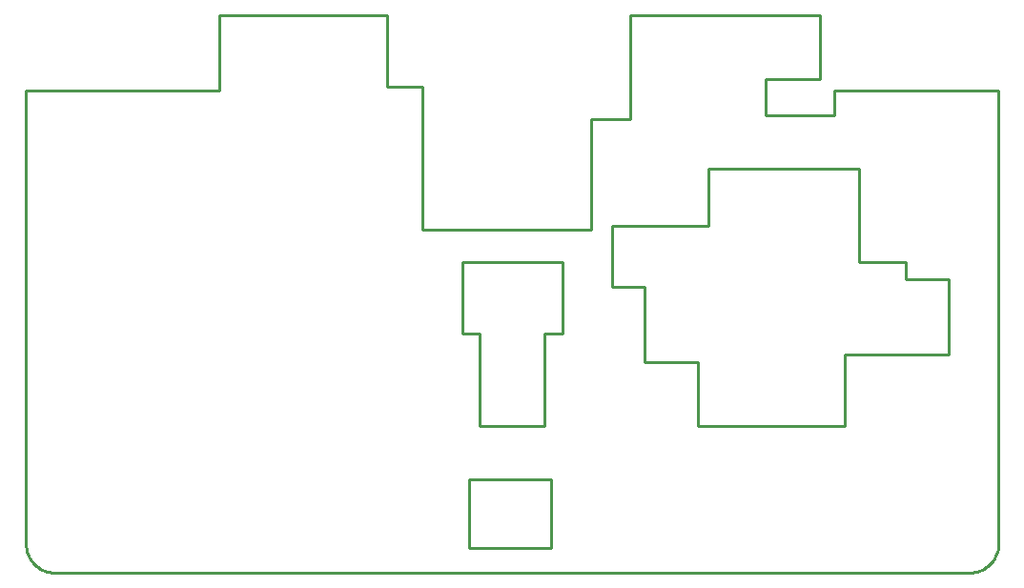
<source format=gbr>
G04 EAGLE Gerber RS-274X export*
G75*
%MOMM*%
%FSLAX34Y34*%
%LPD*%
%IN*%
%IPPOS*%
%AMOC8*
5,1,8,0,0,1.08239X$1,22.5*%
G01*
%ADD10C,0.254000*%


D10*
X0Y25400D02*
X97Y23186D01*
X386Y20989D01*
X865Y18826D01*
X1532Y16713D01*
X2380Y14666D01*
X3403Y12700D01*
X4594Y10831D01*
X5942Y9073D01*
X7440Y7440D01*
X9073Y5942D01*
X10831Y4594D01*
X12700Y3403D01*
X14666Y2380D01*
X16713Y1532D01*
X18826Y865D01*
X20989Y386D01*
X23186Y97D01*
X25400Y0D01*
X838200Y0D01*
X840414Y97D01*
X842611Y386D01*
X844774Y865D01*
X846887Y1532D01*
X848935Y2380D01*
X850900Y3403D01*
X852769Y4594D01*
X854527Y5942D01*
X856161Y7440D01*
X857658Y9073D01*
X859006Y10831D01*
X860197Y12700D01*
X861220Y14666D01*
X862068Y16713D01*
X862735Y18826D01*
X863214Y20989D01*
X863503Y23186D01*
X863600Y25400D01*
X863600Y428625D01*
X717550Y428625D01*
X717550Y406400D01*
X657225Y406400D01*
X657225Y438150D01*
X704850Y438150D01*
X704850Y495300D01*
X536575Y495300D01*
X536575Y403225D01*
X501650Y403225D01*
X501650Y304800D01*
X352425Y304800D01*
X352425Y431800D01*
X320675Y431800D01*
X320675Y495300D01*
X171450Y495300D01*
X171450Y428625D01*
X0Y428625D01*
X0Y25400D01*
X520700Y254000D02*
X549275Y254000D01*
X549275Y187325D01*
X596900Y187325D01*
X596900Y130175D01*
X727075Y130175D01*
X727075Y193675D01*
X819150Y193675D01*
X819150Y260350D01*
X781050Y260350D01*
X781050Y276225D01*
X739775Y276225D01*
X739775Y358775D01*
X606425Y358775D01*
X606425Y307975D01*
X520700Y307975D01*
X520700Y269875D01*
X520700Y254000D01*
X387350Y212725D02*
X403225Y212725D01*
X403225Y130175D01*
X460375Y130175D01*
X460375Y212725D01*
X476250Y212725D01*
X476250Y276225D01*
X387350Y276225D01*
X387350Y212725D01*
X393700Y22225D02*
X466725Y22225D01*
X466725Y82550D01*
X393700Y82550D01*
X393700Y22225D01*
M02*

</source>
